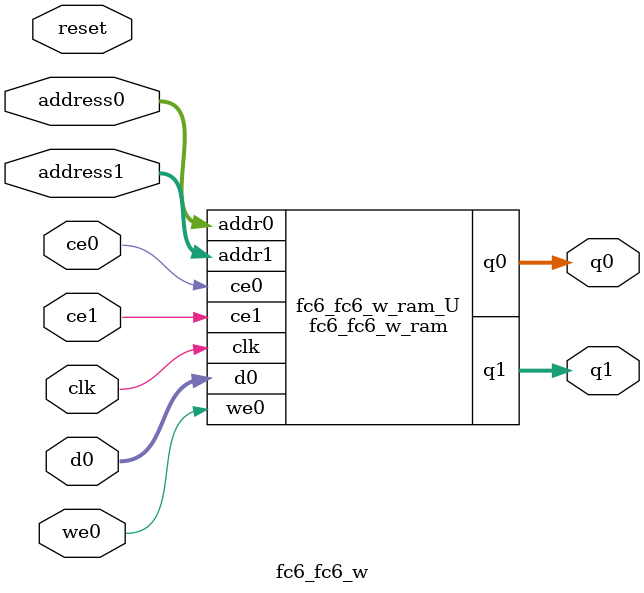
<source format=v>

`timescale 1 ns / 1 ps
module fc6_fc6_w_ram (addr0, ce0, d0, we0, q0, addr1, ce1, q1,  clk);

parameter DWIDTH = 32;
parameter AWIDTH = 11;
parameter MEM_SIZE = 1200;

input[AWIDTH-1:0] addr0;
input ce0;
input[DWIDTH-1:0] d0;
input we0;
output reg[DWIDTH-1:0] q0;
input[AWIDTH-1:0] addr1;
input ce1;
output reg[DWIDTH-1:0] q1;
input clk;

(* ram_style = "block" *)reg [DWIDTH-1:0] ram[0:MEM_SIZE-1];




always @(posedge clk)  
begin 
    if (ce0) 
    begin
        if (we0) 
        begin 
            ram[addr0] <= d0; 
            q0 <= d0;
        end 
        else 
            q0 <= ram[addr0];
    end
end


always @(posedge clk)  
begin 
    if (ce1) 
    begin
            q1 <= ram[addr1];
    end
end


endmodule


`timescale 1 ns / 1 ps
module fc6_fc6_w(
    reset,
    clk,
    address0,
    ce0,
    we0,
    d0,
    q0,
    address1,
    ce1,
    q1);

parameter DataWidth = 32'd32;
parameter AddressRange = 32'd1200;
parameter AddressWidth = 32'd11;
input reset;
input clk;
input[AddressWidth - 1:0] address0;
input ce0;
input we0;
input[DataWidth - 1:0] d0;
output[DataWidth - 1:0] q0;
input[AddressWidth - 1:0] address1;
input ce1;
output[DataWidth - 1:0] q1;



fc6_fc6_w_ram fc6_fc6_w_ram_U(
    .clk( clk ),
    .addr0( address0 ),
    .ce0( ce0 ),
    .d0( d0 ),
    .we0( we0 ),
    .q0( q0 ),
    .addr1( address1 ),
    .ce1( ce1 ),
    .q1( q1 ));

endmodule


</source>
